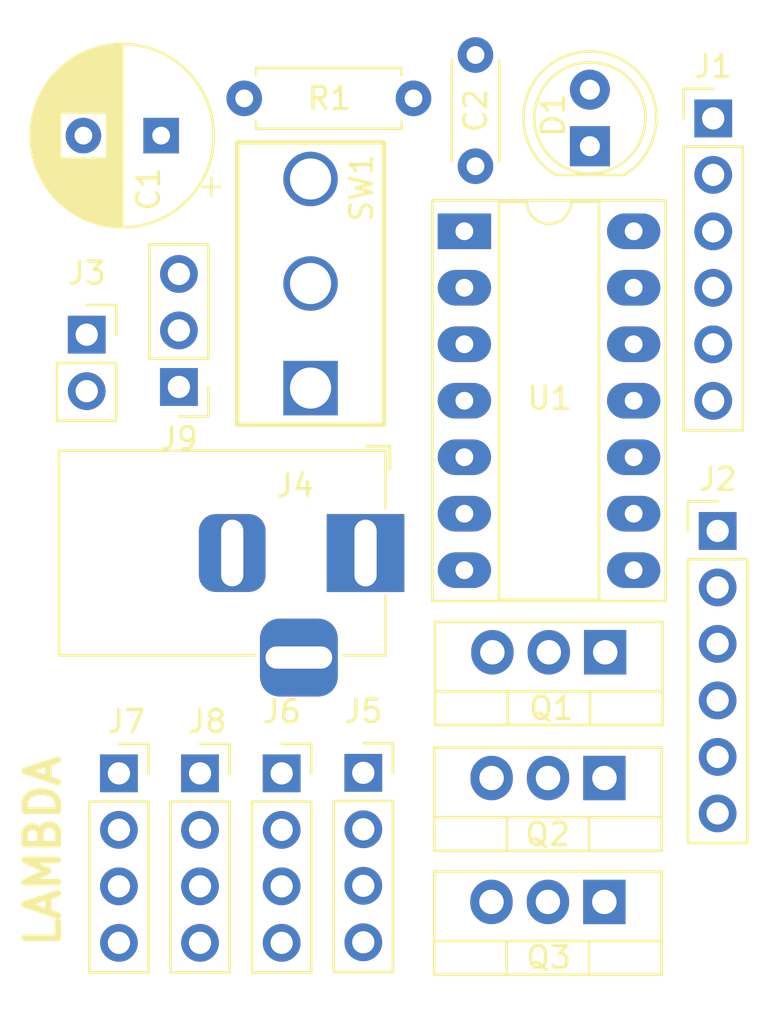
<source format=kicad_pcb>
(kicad_pcb (version 20211014) (generator pcbnew)
  (layers (0 "F.Cu" signal) (31 "B.Cu" signal) (34 "B.Paste" user) (35 "F.Paste" user) (36 "B.SilkS" user "B.Silkscreen") (37 "F.SilkS" user "F.Silkscreen") (38 "B.Mask" user) (39 "F.Mask" user) (44 "Edge.Cuts" user))
  (net 0 "")
  (net 1 "GNDREF")
  (net 2 "Net-(D1-Pad2)")
  (net 3 "MCLR")
  (net 4 "+5V")
  (net 5 "ISCPDAT")
  (net 6 "ISCPCLK")
  (net 9 "TX")
  (net 10 "RX")
  (net 13 "Net-(J3-Pad1)")
  (net 14 "Net-(J5-Pad2)")
  (net 15 "Net-(J5-Pad3)")
  (net 16 "Net-(J5-Pad4)")
  (net 17 "RED")
  (net 18 "GREEN")
  (net 19 "BLUE")
  (net 20 "LED")
  (net 24 "Net-(J9-Pad1)")
  (net 25 "Net-(J9-Pad2)")
  (footprint "Connector_PinSocket_2.54mm:PinSocket_1x04_P2.54mm_Vertical" (layer "F.Cu") (at 105.925 98.275)
    (fp_text reference "J6" (at 0 -2.77) (layer "F.SilkS"))
    (fp_text value "RGB")
    (fp_line (start -1.33 8.95) (end 1.33 8.95) (layer "F.SilkS") (width 0.12))
    (fp_line (start -1.33 1.27) (end 1.33 1.27) (layer "F.SilkS") (width 0.12))
    (fp_line (start 1.33 1.27) (end 1.33 8.95) (layer "F.SilkS") (width 0.12))
    (fp_line (start 0 -1.33) (end 1.33 -1.33) (layer "F.SilkS") (width 0.12))
    (fp_line (start -1.33 1.27) (end -1.33 8.95) (layer "F.SilkS") (width 0.12))
    (fp_line (start 1.33 -1.33) (end 1.33 0) (layer "F.SilkS") (width 0.12))
    (pad "1" thru_hole rect (at 0 0) (size 1.7 1.7) (drill 1) (layers *.Cu *.Mask) (net 4 "+5V"))
    (pad "2" thru_hole oval (at 0 2.54) (size 1.7 1.7) (drill 1) (layers *.Cu *.Mask) (net 14 "Net-(J5-Pad2)"))
    (pad "3" thru_hole oval (at 0 5.08) (size 1.7 1.7) (drill 1) (layers *.Cu *.Mask) (net 15 "Net-(J5-Pad3)"))
    (pad "4" thru_hole oval (at 0 7.62) (size 1.7 1.7) (drill 1) (layers *.Cu *.Mask) (net 16 "Net-(J5-Pad4)"))
  )
  (footprint "Capacitor_THT:C_Disc_D4.3mm_W1.9mm_P5.00mm" (layer "F.Cu") (at 114.65 70.975 90)
    (fp_text reference "C2" (at 2.5 0 90) (layer "F.SilkS"))
    (fp_text value "0.1uF")
    (fp_line (start 4.77 1.055) (end 4.77 1.07) (layer "F.SilkS") (width 0.12))
    (fp_line (start 0.23 1.07) (end 4.77 1.07) (layer "F.SilkS") (width 0.12))
    (fp_line (start 0.23 -1.07) (end 0.23 -1.055) (layer "F.SilkS") (width 0.12))
    (fp_line (start 0.23 1.055) (end 0.23 1.07) (layer "F.SilkS") (width 0.12))
    (fp_line (start 4.77 -1.07) (end 4.77 -1.055) (layer "F.SilkS") (width 0.12))
    (fp_line (start 0.23 -1.07) (end 4.77 -1.07) (layer "F.SilkS") (width 0.12))
    (pad "1" thru_hole circle (at 0 0 90) (size 1.6 1.6) (drill 0.8) (layers *.Cu *.Mask) (net 4 "+5V"))
    (pad "2" thru_hole circle (at 5 0 90) (size 1.6 1.6) (drill 0.8) (layers *.Cu *.Mask) (net 1 "GNDREF"))
  )
  (footprint "CK_Switch:CK_Switch" (layer "F.Cu") (at 107.225 76.25 180)
    (fp_text reference "SW1" (at -2.3 4.3 90) (layer "F.SilkS") (effects (font (size 1.001921 1.001921))))
    (fp_text value "SWITCH")
    (fp_line (start 3.3 6.35) (end -3.3 6.35) (layer "F.SilkS") (width 0.2))
    (fp_line (start -3.3 -6.35) (end 3.3 -6.35) (layer "F.SilkS") (width 0.2))
    (fp_line (start -3.3 6.35) (end -3.3 -6.35) (layer "F.SilkS") (width 0.2))
    (fp_line (start 3.3 -6.35) (end 3.3 6.35) (layer "F.SilkS") (width 0.2))
    (pad "1" thru_hole rect (at 0 -4.7 180) (size 2.45 2.45) (drill 1.85) (layers *.Cu *.Mask) (net 25 "Net-(J9-Pad2)"))
    (pad "2" thru_hole circle (at 0 0 180) (size 2.45 2.45) (drill 1.85) (layers *.Cu *.Mask) (net 4 "+5V"))
    (pad "3" thru_hole circle (at 0 4.7 180) (size 2.45 2.45) (drill 1.85) (layers *.Cu *.Mask) (net 4 "+5V"))
  )
  (footprint "Package_TO_SOT_THT:TO-220-3_Vertical" (layer "F.Cu") (at 120.455 98.485 180)
    (fp_text reference "Q2" (at 2.55 -2.525) (layer "F.SilkS"))
    (fp_text value "2N7000")
    (fp_line (start -2.58 -3.27) (end -2.58 1.371) (layer "F.SilkS") (width 0.12))
    (fp_line (start 0.69 -3.27) (end 0.69 -1.76) (layer "F.SilkS") (width 0.12))
    (fp_line (start 4.391 -3.27) (end 4.391 -1.76) (layer "F.SilkS") (width 0.12))
    (fp_line (start -2.58 -3.27) (end 7.66 -3.27) (layer "F.SilkS") (width 0.12))
    (fp_line (start 7.66 -3.27) (end 7.66 1.371) (layer "F.SilkS") (width 0.12))
    (fp_line (start -2.58 1.371) (end 7.66 1.371) (layer "F.SilkS") (width 0.12))
    (fp_line (start -2.58 -1.76) (end 7.66 -1.76) (layer "F.SilkS") (width 0.12))
    (pad "1" thru_hole rect (at 0 0 180) (size 1.905 2) (drill 1.1) (layers *.Cu *.Mask) (net 1 "GNDREF"))
    (pad "2" thru_hole oval (at 2.54 0 180) (size 1.905 2) (drill 1.1) (layers *.Cu *.Mask) (net 18 "GREEN"))
    (pad "3" thru_hole oval (at 5.08 0 180) (size 1.905 2) (drill 1.1) (layers *.Cu *.Mask) (net 15 "Net-(J5-Pad3)"))
  )
  (footprint "Connector_PinSocket_2.54mm:PinSocket_1x04_P2.54mm_Vertical" (layer "F.Cu") (at 102.25 98.275)
    (fp_text reference "J8" (at 0.325 -2.325) (layer "F.SilkS"))
    (fp_text value "RGB")
    (fp_line (start -1.33 8.95) (end 1.33 8.95) (layer "F.SilkS") (width 0.12))
    (fp_line (start 1.33 -1.33) (end 1.33 0) (layer "F.SilkS") (width 0.12))
    (fp_line (start -1.33 1.27) (end 1.33 1.27) (layer "F.SilkS") (width 0.12))
    (fp_line (start 0 -1.33) (end 1.33 -1.33) (layer "F.SilkS") (width 0.12))
    (fp_line (start 1.33 1.27) (end 1.33 8.95) (layer "F.SilkS") (width 0.12))
    (fp_line (start -1.33 1.27) (end -1.33 8.95) (layer "F.SilkS") (width 0.12))
    (pad "1" thru_hole rect (at 0 0) (size 1.7 1.7) (drill 1) (layers *.Cu *.Mask) (net 4 "+5V"))
    (pad "2" thru_hole oval (at 0 2.54) (size 1.7 1.7) (drill 1) (layers *.Cu *.Mask) (net 14 "Net-(J5-Pad2)"))
    (pad "3" thru_hole oval (at 0 5.08) (size 1.7 1.7) (drill 1) (layers *.Cu *.Mask) (net 15 "Net-(J5-Pad3)"))
    (pad "4" thru_hole oval (at 0 7.62) (size 1.7 1.7) (drill 1) (layers *.Cu *.Mask) (net 16 "Net-(J5-Pad4)"))
  )
  (footprint "Connector_PinHeader_2.54mm:PinHeader_1x06_P2.54mm_Vertical" (layer "F.Cu") (at 125.35 68.825)
    (fp_text reference "J1" (at 0 -2.33) (layer "F.SilkS"))
    (fp_text value "PICKit3")
    (fp_line (start -1.33 -1.33) (end 0 -1.33) (layer "F.SilkS") (width 0.12))
    (fp_line (start -1.33 1.27) (end -1.33 14.03) (layer "F.SilkS") (width 0.12))
    (fp_line (start -1.33 1.27) (end 1.33 1.27) (layer "F.SilkS") (width 0.12))
    (fp_line (start -1.33 14.03) (end 1.33 14.03) (layer "F.SilkS") (width 0.12))
    (fp_line (start 1.33 1.27) (end 1.33 14.03) (layer "F.SilkS") (width 0.12))
    (fp_line (start -1.33 0) (end -1.33 -1.33) (layer "F.SilkS") (width 0.12))
    (pad "1" thru_hole rect (at 0 0) (size 1.7 1.7) (drill 1) (layers *.Cu *.Mask) (net 3 "MCLR"))
    (pad "2" thru_hole oval (at 0 2.54) (size 1.7 1.7) (drill 1) (layers *.Cu *.Mask) (net 4 "+5V"))
    (pad "3" thru_hole oval (at 0 5.08) (size 1.7 1.7) (drill 1) (layers *.Cu *.Mask) (net 1 "GNDREF"))
    (pad "4" thru_hole oval (at 0 7.62) (size 1.7 1.7) (drill 1) (layers *.Cu *.Mask) (net 5 "ISCPDAT"))
    (pad "5" thru_hole oval (at 0 10.16) (size 1.7 1.7) (drill 1) (layers *.Cu *.Mask) (net 6 "ISCPCLK"))
    (pad "6" thru_hole oval (at 0 12.7) (size 1.7 1.7) (drill 1) (layers *.Cu *.Mask))
  )
  (footprint "Connector_PinSocket_2.54mm:PinSocket_1x04_P2.54mm_Vertical" (layer "F.Cu") (at 109.6 98.25)
    (fp_text reference "J5" (at 0 -2.77) (layer "F.SilkS"))
    (fp_text value "RGB")
    (fp_line (start 1.33 1.27) (end 1.33 8.95) (layer "F.SilkS") (width 0.12))
    (fp_line (start -1.33 1.27) (end -1.33 8.95) (layer "F.SilkS") (width 0.12))
    (fp_line (start -1.33 8.95) (end 1.33 8.95) (layer "F.SilkS") (width 0.12))
    (fp_line (start 1.33 -1.33) (end 1.33 0) (layer "F.SilkS") (width 0.12))
    (fp_line (start 0 -1.33) (end 1.33 -1.33) (layer "F.SilkS") (width 0.12))
    (fp_line (start -1.33 1.27) (end 1.33 1.27) (layer "F.SilkS") (width 0.12))
    (pad "1" thru_hole rect (at 0 0) (size 1.7 1.7) (drill 1) (layers *.Cu *.Mask) (net 4 "+5V"))
    (pad "2" thru_hole oval (at 0 2.54) (size 1.7 1.7) (drill 1) (layers *.Cu *.Mask) (net 14 "Net-(J5-Pad2)"))
    (pad "3" thru_hole oval (at 0 5.08) (size 1.7 1.7) (drill 1) (layers *.Cu *.Mask) (net 15 "Net-(J5-Pad3)"))
    (pad "4" thru_hole oval (at 0 7.62) (size 1.7 1.7) (drill 1) (layers *.Cu *.Mask) (net 16 "Net-(J5-Pad4)"))
  )
  (footprint "Connector_BarrelJack:BarrelJack_Horizontal" (layer "F.Cu") (at 109.7 88.3675)
    (fp_text reference "J4" (at -3.175 -3.0175) (layer "F.SilkS"))
    (fp_text value "JACK")
    (fp_line (start -13.8 4.6) (end -13.8 -4.6) (layer "F.SilkS") (width 0.12))
    (fp_line (start 0.05 -4.8) (end 1.1 -4.8) (layer "F.SilkS") (width 0.12))
    (fp_line (start 0.9 -4.6) (end 0.9 -2) (layer "F.SilkS") (width 0.12))
    (fp_line (start 1.1 -3.75) (end 1.1 -4.8) (layer "F.SilkS") (width 0.12))
    (fp_line (start 0.9 1.9) (end 0.9 4.6) (layer "F.SilkS") (width 0.12))
    (fp_line (start -13.8 -4.6) (end 0.9 -4.6) (layer "F.SilkS") (width 0.12))
    (fp_line (start 0.9 4.6) (end -1 4.6) (layer "F.SilkS") (width 0.12))
    (fp_line (start -5 4.6) (end -13.8 4.6) (layer "F.SilkS") (width 0.12))
    (pad "1" thru_hole rect (at 0 0) (size 3.5 3.5) (drill oval 1 3) (layers *.Cu *.Mask) (net 24 "Net-(J9-Pad1)"))
    (pad "2" thru_hole roundrect (at -6 0) (size 3 3.5) (drill oval 1 3) (layers *.Cu *.Mask) (net 1 "GNDREF"))
    (pad "3" thru_hole roundrect (at -3 4.7) (size 3.5 3.5) (drill oval 3 1) (layers *.Cu *.Mask))
  )
  (footprint "Connector_PinHeader_2.54mm:PinHeader_1x06_P2.54mm_Vertical" (layer "F.Cu") (at 125.55 87.375)
    (fp_text reference "J2" (at 0 -2.33) (layer "F.SilkS"))
    (fp_text value "UART")
    (fp_line (start -1.33 1.27) (end -1.33 14.03) (layer "F.SilkS") (width 0.12))
    (fp_line (start -1.33 14.03) (end 1.33 14.03) (layer "F.SilkS") (width 0.12))
    (fp_line (start -1.33 0) (end -1.33 -1.33) (layer "F.SilkS") (width 0.12))
    (fp_line (start 1.33 1.27) (end 1.33 14.03) (layer "F.SilkS") (width 0.12))
    (fp_line (start -1.33 1.27) (end 1.33 1.27) (layer "F.SilkS") (width 0.12))
    (fp_line (start -1.33 -1.33) (end 0 -1.33) (layer "F.SilkS") (width 0.12))
    (pad "1" thru_hole rect (at 0 0) (size 1.7 1.7) (drill 1) (layers *.Cu *.Mask))
    (pad "2" thru_hole oval (at 0 2.54) (size 1.7 1.7) (drill 1) (layers *.Cu *.Mask) (net 9 "TX"))
    (pad "3" thru_hole oval (at 0 5.08) (size 1.7 1.7) (drill 1) (layers *.Cu *.Mask) (net 10 "RX"))
    (pad "4" thru_hole oval (at 0 7.62) (size 1.7 1.7) (drill 1) (layers *.Cu *.Mask))
    (pad "5" thru_hole oval (at 0 10.16) (size 1.7 1.7) (drill 1) (layers *.Cu *.Mask))
    (pad "6" thru_hole oval (at 0 12.7) (size 1.7 1.7) (drill 1) (layers *.Cu *.Mask) (net 1 "GNDREF"))
  )
  (footprint "LED_THT:LED_D5.0mm" (layer "F.Cu") (at 119.8 70.075 90)
    (fp_text reference "D1" (at 1.4 -1.65 90) (layer "F.SilkS"))
    (fp_text value "LED")
    (fp_line (start -1.29 -1.545) (end -1.29 1.545) (layer "F.SilkS") (width 0.12))
    (fp_arc (start -1.29 -1.54483) (mid 2.072002 -2.880433) (end 4.26 0.000462) (layer "F.SilkS") (width 0.12))
    (fp_arc (start 4.26 -0.000462) (mid 2.072002 2.880433) (end -1.29 1.54483) (layer "F.SilkS") (width 0.12))
    (fp_circle (center 1.27 0) (end 3.77 0) (layer "F.SilkS") (width 0.12) (fill none))
    (pad "1" thru_hole rect (at 0 0 90) (size 1.8 1.8) (drill 0.9) (layers *.Cu *.Mask) (net 1 "GNDREF"))
    (pad "2" thru_hole circle (at 2.54 0 90) (size 1.8 1.8) (drill 0.9) (layers *.Cu *.Mask) (net 2 "Net-(D1-Pad2)"))
  )
  (footprint "Package_TO_SOT_THT:TO-220-3_Vertical" (layer "F.Cu") (at 120.45 104.055 180)
    (fp_text reference "Q3" (at 2.5 -2.5) (layer "F.SilkS"))
    (fp_text value "2N7000")
    (fp_line (start 4.391 -3.27) (end 4.391 -1.76) (layer "F.SilkS") (width 0.12))
    (fp_line (start 7.66 -3.27) (end 7.66 1.371) (layer "F.SilkS") (width 0.12))
    (fp_line (start -2.58 -3.27) (end 7.66 -3.27) (layer "F.SilkS") (width 0.12))
    (fp_line (start 0.69 -3.27) (end 0.69 -1.76) (layer "F.SilkS") (width 0.12))
    (fp_line (start -2.58 -3.27) (end -2.58 1.371) (layer "F.SilkS") (width 0.12))
    (fp_line (start -2.58 -1.76) (end 7.66 -1.76) (layer "F.SilkS") (width 0.12))
    (fp_line (start -2.58 1.371) (end 7.66 1.371) (layer "F.SilkS") (width 0.12))
    (pad "1" thru_hole rect (at 0 0 180) (size 1.905 2) (drill 1.1) (layers *.Cu *.Mask) (net 1 "GNDREF"))
    (pad "2" thru_hole oval (at 2.54 0 180) (size 1.905 2) (drill 1.1) (layers *.Cu *.Mask) (net 19 "BLUE"))
    (pad "3" thru_hole oval (at 5.08 0 180) (size 1.905 2) (drill 1.1) (layers *.Cu *.Mask) (net 16 "Net-(J5-Pad4)"))
  )
  (footprint "Capacitor_THT:CP_Radial_D8.0mm_P3.50mm" (layer "F.Cu") (at 100.5 69.6 180)
    (fp_text reference "C1" (at 0.577651 -2.4 90) (layer "F.SilkS"))
    (fp_text value "470uF")
    (fp_line (start 4.511 1.04) (end 4.511 3.019) (layer "F.SilkS") (width 0.12))
    (fp_line (start 2.751 -3.957) (end 2.751 -1.04) (layer "F.SilkS") (width 0.12))
    (fp_line (start 5.631 -1.346) (end 5.631 1.346) (layer "F.SilkS") (width 0.12))
    (fp_line (start 2.871 -3.925) (end 2.871 -1.04) (layer "F.SilkS") (width 0.12))
    (fp_line (start 3.871 -3.493) (end 3.871 -1.04) (layer "F.SilkS") (width 0.12))
    (fp_line (start 5.351 -1.964) (end 5.351 1.964) (layer "F.SilkS") (width 0.12))
    (fp_line (start 3.591 -3.647) (end 3.591 -1.04) (layer "F.SilkS") (width 0.12))
    (fp_line (start 5.551 -1.552) (end 5.551 1.552) (layer "F.SilkS") (width 0.12))
    (fp_line (start 2.511 -4.01) (end 2.511 -1.04) (layer "F.SilkS") (width 0.12))
    (fp_line (start 4.951 -2.556) (end 4.951 2.556) (layer "F.SilkS") (width 0.12))
    (fp_line (start 4.231 1.04) (end 4.231 3.25) (layer "F.SilkS") (width 0.12))
    (fp_line (start 5.591 -1.453) (end 5.591 1.453) (layer "F.SilkS") (width 0.12))
    (fp_line (start 2.35 -4.037) (end 2.35 4.037) (layer "F.SilkS") (width 0.12))
    (fp_line (start 3.551 -3.666) (end 3.551 -1.04) (layer "F.SilkS") (width 0.12))
    (fp_line (start 5.151 -2.287) (end 5.151 2.287) (layer "F.SilkS") (width 0.12))
    (fp_line (start 3.711 1.04) (end 3.711 3.584) (layer "F.SilkS") (width 0.12))
    (fp_line (start 5.391 -1.89) (end 5.391 1.89) (layer "F.SilkS") (width 0.12))
    (fp_line (start 3.951 1.04) (end 3.951 3.444) (layer "F.SilkS") (width 0.12))
    (fp_line (start 3.591 1.04) (end 3.591 3.647) (layer "F.SilkS") (width 0.12))
    (fp_line (start 2.671 1.04) (end 2.671 3.976) (layer "F.SilkS") (width 0.12))
    (fp_line (start 4.631 -2.907) (end 4.631 2.907) (layer "F.SilkS") (width 0.12))
    (fp_line (start 3.791 -3.54) (end 3.791 -1.04) (layer "F.SilkS") (width 0.12))
    (fp_line (start 5.031 -2.454) (end 5.031 2.454) (layer "F.SilkS") (width 0.12))
    (fp_line (start 3.391 1.04) (end 3.391 3.74) (layer "F.SilkS") (width 0.12))
    (fp_line (start 4.471 1.04) (end 4.471 3.055) (layer "F.SilkS") (width 0.12))
    (fp_line (start 3.031 -3.877) (end 3.031 -1.04) (layer "F.SilkS") (width 0.12))
    (fp_line (start 3.671 -3.606) (end 3.671 -1.04) (layer "F.SilkS") (width 0.12))
    (fp_line (start 2.551 -4.002) (end 2.551 -1.04) (layer "F.SilkS") (width 0.12))
    (fp_line (start 5.271 -2.102) (end 5.271 2.102) (layer "F.SilkS") (width 0.12))
    (fp_line (start 2.39 -4.03) (end 2.39 4.03) (layer "F.SilkS") (width 0.12))
    (fp_line (start 2.951 1.04) (end 2.951 3.902) (layer "F.SilkS") (width 0.12))
    (fp_line (start 4.351 1.04) (end 4.351 3.156) (layer "F.SilkS") (width 0.12))
    (fp_line (start 3.631 1.04) (end 3.631 3.627) (layer "F.SilkS") (width 0.12))
    (fp_line (start 5.671 -1.229) (end 5.671 1.229) (layer "F.SilkS") (width 0.12))
    (fp_line (start 4.271 1.04) (end 4.271 3.22) (layer "F.SilkS") (width 0.12))
    (fp_line (start 4.311 -3.189) (end 4.311 -1.04) (layer "F.SilkS") (width 0.12))
    (fp_line (start 2.591 1.04) (end 2.591 3.994) (layer "F.SilkS") (width 0.12))
    (fp_line (start 3.191 1.04) (end 3.191 3.821) (layer "F.SilkS") (width 0.12))
    (fp_line (start 3.871 1.04) (end 3.871 3.493) (layer "F.SilkS") (width 0.12))
    (fp_line (start 3.271 -3.79) (end 3.271 -1.04) (layer "F.SilkS") (width 0.12))
    (fp_line (start 2.471 1.04) (end 2.471 4.017) (layer "F.SilkS") (width 0.12))
    (fp_line (start 4.911 -2.604) (end 4.911 2.604) (layer "F.SilkS") (width 0.12))
    (fp_line (start 2.671 -3.976) (end 2.671 -1.04) (layer "F.SilkS") (width 0.12))
    (fp_line (start 3.911 1.04) (end 3.911 3.469) (layer "F.SilkS") (width 0.12))
    (fp_line (start 3.951 -3.444) (end 3.951 -1.04) (layer "F.SilkS") (width 0.12))
    (fp_line (start 4.431 -3.09) (end 4.431 -1.04) (layer "F.SilkS") (width 0.12))
    (fp_line (start 5.831 -0.533) (end 5.831 0.533) (layer "F.SilkS") (width 0.12))
    (fp_line (start 4.791 -2.741) (end 4.791 2.741) (layer "F.SilkS") (width 0.12))
    (fp_line (start 4.391 1.04) (end 4.391 3.124) (layer "F.SilkS") (width 0.12))
    (fp_line (start 3.991 1.04) (end 3.991 3.418) (layer "F.SilkS") (width 0.12))
    (fp_line (start 3.831 -3.517) (end 3.831 -1.04) (layer "F.SilkS") (width 0.12))
    (fp_line (start 3.471 1.04) (end 3.471 3.704) (layer "F.SilkS") (width 0.12))
    (fp_line (start 4.111 -3.338) (end 4.111 -1.04) (layer "F.SilkS") (width 0.12))
    (fp_line (start 2.31 -4.042) (end 2.31 4.042) (layer "F.SilkS") (width 0.12))
    (fp_line (start 2.991 -3.889) (end 2.991 -1.04) (layer "F.SilkS") (width 0.12))
    (fp_line (start 2.911 1.04) (end 2.911 3.914) (layer "F.SilkS") (width 0.12))
    (fp_line (start 2.631 -3.985) (end 2.631 -1.04) (layer "F.SilkS") (width 0.12))
    (fp_line (start 3.471 -3.704) (end 3.471 -1.04) (layer "F.SilkS") (width 0.12))
    (fp_line (start 4.071 1.04) (end 4.071 3.365) (layer "F.SilkS") (width 0.12))
    (fp_line (start 2.631 1.04) (end 2.631 3.985) (layer "F.SilkS") (width 0.12))
    (fp_line (start 1.75 -4.08) (end 1.75 4.08) (layer "F.SilkS") (width 0.12))
    (fp_line (start 2.831 1.04) (end 2.831 3.936) (layer "F.SilkS") (width 0.12))
    (fp_line (start 3.231 1.04) (end 3.231 3.805) (layer "F.SilkS") (width 0.12))
    (fp_line (start 2.991 1.04) (end 2.991 3.889) (layer "F.SilkS") (width 0.12))
    (fp_line (start 4.031 -3.392) (end 4.031 -1.04) (layer "F.SilkS") (width 0.12))
    (fp_line (start 2.23 -4.052) (end 2.23 4.052) (layer "F.SilkS") (width 0.12))
    (fp_line (start 4.751 -2.784) (end 4.751 2.784) (layer "F.SilkS") (width 0.12))
    (fp_line (start 4.311 1.04) (end 4.311 3.189) (layer "F.SilkS") (width 0.12))
    (fp_line (start 2.19 -4.057) (end 2.19 4.057) (layer "F.SilkS") (width 0.12))
    (fp_line (start 3.991 -3.418) (end 3.991 -1.04) (layer "F.SilkS") (width 0.12))
    (fp_line (start 3.311 1.04) (end 3.311 3.774) (layer "F.SilkS") (width 0.12))
    (fp_line (start 4.471 -3.055) (end 4.471 -1.04) (layer "F.SilkS") (width 0.12))
    (fp_line (start 3.431 1.04) (end 3.431 3.722) (layer "F.SilkS") (width 0.12))
    (fp_line (start 3.351 1.04) (end 3.351 3.757) (layer "F.SilkS") (width 0.12))
    (fp_line (start 3.511 -3.686) (end 3.511 -1.04) (layer "F.SilkS") (width 0.12))
    (fp_line (start 3.111 -3.85) (end 3.111 -1.04) (layer "F.SilkS") (width 0.12))
    (fp_line (start 5.711 -1.098) (end 5.711 1.098) (layer "F.SilkS") (width 0.12))
    (fp_line (start 3.671 1.04) (end 3.671 3.606) (layer "F.SilkS") (width 0.12))
    (fp_line (start 5.511 -1.645) (end 5.511 1.645) (layer "F.SilkS") (width 0.12))
    (fp_line (start 1.87 -4.079) (end 1.87 4.079) (layer "F.SilkS") (width 0.12))
    (fp_line (start 2.03 -4.071) (end 2.03 4.071) (layer "F.SilkS") (width 0.12))
    (fp_line (start 4.031 1.04) (end 4.031 3.392) (layer "F.SilkS") (width 0.12))
    (fp_line (start 2.11 -4.065) (end 2.11 4.065) (layer "F.SilkS") (width 0.12))
    (fp_line (start 4.271 -3.22) (end 4.271 -1.04) (layer "F.SilkS") (width 0.12))
    (fp_line (start 2.511 1.04) (end 2.511 4.01) (layer "F.SilkS") (width 0.12))
    (fp_line (start 4.831 -2.697) (end 4.831 2.697) (layer "F.SilkS") (width 0.12))
    (fp_line (start 4.551 -2.983) (end 4.551 2.983) (layer "F.SilkS") (width 0.12))
    (fp_line (start 3.271 1.04) (end 3.271 3.79) (layer "F.SilkS") (width 0.12))
    (fp_line (start 2.551 1.04) (end 2.551 4.002) (layer "F.SilkS") (width 0.12))
    (fp_line (start -2.659698 -2.315) (end -1.859698 -2.315) (layer "F.SilkS") (width 0.12))
    (fp_line (start 4.071 -3.365) (end 4.071 -1.04) (layer "F.SilkS") (width 0.12))
    (fp_line (start 2.15 -4.061) (end 2.15 4.061) (layer "F.SilkS") (width 0.12))
    (fp_line (start 5.071 -2.4) (end 5.071 2.4) (layer "F.SilkS") (width 0.12))
    (fp_line (start 5.751 -0.948) (end 5.751 0.948) (layer "F.SilkS") (width 0.12))
    (fp_line (start 3.431 -3.722) (end 3.431 -1.04) (layer "F.SilkS") (width 0.12))
    (fp_line (start 4.511 -3.019) (end 4.511 -1.04) (layer "F.SilkS") (width 0.12))
    (fp_line (start 4.871 -2.651) (end 4.871 2.651) (layer "F.SilkS") (width 0.12))
    (fp_line (start 4.671 -2.867) (end 4.671 2.867) (layer "F.SilkS") (width 0.12))
    (fp_line (start 3.151 -3.835) (end 3.151 -1.04) (layer "F.SilkS") (width 0.12))
    (fp_line (start 3.791 1.04) (end 3.791 3.54) (layer "F.SilkS") (width 0.12))
    (fp_line (start 4.191 1.04) (end 4.191 3.28) (layer "F.SilkS") (width 0.12))
    (fp_line (start 2.711 1.04) (end 2.711 3.967) (layer "F.SilkS") (width 0.12))
    (fp_line (start 5.431 -1.813) (end 5.431 1.813) (layer "F.SilkS") (width 0.12))
    (fp_line (start 4.191 -3.28) (end 4.191 -1.04) (layer "F.SilkS") (width 0.12))
    (fp_line (start 2.471 -4.017) (end 2.471 -1.04) (layer "F.SilkS") (width 0.12))
    (fp_line (start 3.351 -3.757) (end 3.351 -1.04) (layer "F.SilkS") (width 0.12))
    (fp_line (start 5.791 -0.768) (end 5.791 0.768) (layer "F.SilkS") (width 0.12))
    (fp_line (start 4.111 1.04) (end 4.111 3.338) (layer "F.SilkS") (width 0.12))
    (fp_line (start 4.231 -3.25) (end 4.231 -1.04) (layer "F.SilkS") (width 0.12))
    (fp_line (start 1.83 -4.08) (end 1.83 4.08) (layer "F.SilkS") (width 0.12))
    (fp_line (start 4.391 -3.124) (end 4.391 -1.04) (layer "F.SilkS") (width 0.12))
    (fp_line (start 5.231 -2.166) (end 5.231 2.166) (layer "F.SilkS") (width 0.12))
    (fp_line (start 3.111 1.04) (end 3.111 3.85) (layer "F.SilkS") (width 0.12))
    (fp_line (start 1.95 -4.076) (end 1.95 4.076) (layer "F.SilkS") (width 0.12))
    (fp_line (start 3.751 1.04) (end 3.751 3.562) (layer "F.SilkS") (width 0.12))
    (fp_line (start 3.831 1.04) (end 3.831 3.517) (layer "F.SilkS") (width 0.12))
    (fp_line (start 3.551 1.04) (end 3.551 3.666) (layer "F.SilkS") (width 0.12))
    (fp_line (start 3.751 -3.562) (end 3.751 -1.04) (layer "F.SilkS") (width 0.12))
    (fp_line (start 4.591 -2.945) (end 4.591 2.945) (layer "F.SilkS") (width 0.12))
    (fp_line (start 4.351 -3.156) (end 4.351 -1.04) (layer "F.SilkS") (width 0.12))
    (fp_line (start 3.071 1.04) (end 3.071 3.863) (layer "F.SilkS") (width 0.12))
    (fp_line (start 3.511 1.04) (end 3.511 3.686) (layer "F.SilkS") (width 0.12))
    (fp_line (start -2.259698 -2.715) (end -2.259698 -1.915) (layer "F.SilkS") (width 0.12))
    (fp_line (start 3.151 1.04) (end 3.151 3.835) (layer "F.SilkS") (width 0.12))
    (fp_line (start 4.431 1.04) (end 4.431 3.09) (layer "F.SilkS") (width 0.12))
    (fp_line (start 3.911 -3.469) (end 3.911 -1.04) (layer "F.SilkS") (width 0.12))
    (fp_line (start 1.79 -4.08) (end 1.79 4.08) (layer "F.SilkS") (width 0.12))
    (fp_line (start 4.151 1.04) (end 4.151 3.309) (layer "F.SilkS") (width 0.12))
    (fp_line (start 2.07 -4.068) (end 2.07 4.068) (layer "F.SilkS") (width 0.12))
    (fp_line (start 2.43 -4.024) (end 2.43 4.024) (layer "F.SilkS") (width 0.12))
    (fp_line (start 2.831 -3.936) (end 2.831 -1.04) (layer "F.SilkS") (width 0.12))
    (fp_line (start 3.391 -3.74) (end 3.391 -1.04) (layer "F.SilkS") (width 0.12))
    (fp_line (start 1.91 -4.077) (end 1.91 4.077) (layer "F.SilkS") (width 0.12))
    (fp_line (start 2.751 1.04) (end 2.751 3.957) (layer "F.SilkS") (width 0.12))
    (fp_line (start 4.151 -3.309) (end 4.151 -1.04) (layer "F.SilkS") (width 0.12))
    (fp_line (start 4.991 -2.505) (end 4.991 2.505) (layer "F.SilkS") (width 0.12))
    (fp_line (start 2.27 -4.048) (end 2.27 4.048) (layer "F.SilkS") (width 0.12))
    (fp_line (start 3.031 1.04) (end 3.031 3.877) (layer "F.SilkS") (width 0.12))
    (fp_line (start 2.951 -3.902) (end 2.951 -1.04) (layer "F.SilkS") (width 0.12))
    (fp_line (start 3.711 -3.584) (end 3.711 -1.04) (layer "F.SilkS") (width 0.12))
    (fp_line (start 2.871 1.04) (end 2.871 3.925) (layer "F.SilkS") (width 0.12))
    (fp_line (start 3.231 -3.805) (end 3.231 -1.04) (layer "F.SilkS") (width 0.12))
    (fp_line (start 3.191 -3.821) (end 3.191 -1.04) (layer "F.SilkS") (width 0.12))
    (fp_line (start 2.791 -3.947) (end 2.791 -1.04) (layer "F.SilkS") (width 0.12))
    (fp_line (start 5.111 -2.345) (end 5.111 2.345) (layer "F.SilkS") (width 0.12))
    (fp_line (start 5.471 -1.731) (end 5.471 1.731) (layer "F.SilkS") (width 0.12))
    (fp_line (start 1.99 -4.074) (end 1.99 4.074) (layer "F.SilkS") (width 0.12))
    (fp_line (start 4.711 -2.826) (end 4.711 2.826) (layer "F.SilkS") (width 0.12))
    (fp_line (start 2.591 -3.994) (end 2.591 -1.04) (layer "F.SilkS") (width 0.12))
    (fp_line (start 3.071 -3.863) (end 3.071 -1.04) (layer "F.SilkS") (width 0.12))
    (fp_line (start 3.311 -3.774) (end 3.311 -1.04) (layer "F.SilkS") (width 0.12))
    (fp_line (start 5.311 -2.034) (end 5.311 2.034) (layer "F.SilkS") (width 0.12))
    (fp_line (start 3.631 -3.627) (end 3.631 -1.04) (layer "F.SilkS") (width 0.12))
    (fp_line (start 5.191 -2.228) (end 5.191 2.228) (layer "F.SilkS") (width 0.12))
    (fp_line (start 2.791 1.04) (end 2.791 3.947) (layer "F.SilkS") (width 0.12))
    (fp_line (start 2.711 -3.967) (end 2.711 -1.04) (layer "F.SilkS") (width 0.12))
    (fp_line (start 2.911 -3.914) (end 2.911 -1.04) (layer "F.SilkS") (width 0.12))
    (fp_circle (center 1.75 0) (end 5.87 0) (layer "F.SilkS") (width 0.12) (fill none))
    (pad "1" thru_hole rect (at 0 0 180) (size 1.6 1.6) (drill 0.8) (layers *.Cu *.Mask) (net 4 "+5V"))
    (pad "2" thru_hole circle (at 3.5 0 180) (size 1.6 1.6) (drill 0.8) (layers *.Cu *.Mask) (net 1 "GNDREF"))
  )
  (footprint "Resistor_THT:R_Axial_DIN0207_L6.3mm_D2.5mm_P7.62mm_Horizontal" (layer "F.Cu") (at 104.24 67.925)
    (fp_text reference "R1" (at 3.835 0) (layer "F.SilkS"))
    (fp_text value "270R")
    (fp_line (start 0.54 1.37) (end 7.08 1.37) (layer "F.SilkS") (width 0.12))
    (fp_line (start 0.54 1.04) (end 0.54 1.37) (layer "F.SilkS") (width 0.12))
    (fp_line (start 0.54 -1.37) (end 7.08 -1.37) (layer "F.SilkS") (width 0.12))
    (fp_line (start 7.08 1.37) (end 7.08 1.04) (layer "F.SilkS") (width 0.12))
    (fp_line (start 0.54 -1.04) (end 0.54 -1.37) (layer "F.SilkS") (width 0.12))
    (fp_line (start 7.08 -1.37) (end 7.08 -1.04) (layer "F.SilkS") (width 0.12))
    (pad "1" thru_hole circle (at 0 0) (size 1.6 1.6) (drill 0.8) (layers *.Cu *.Mask) (net 20 "LED"))
    (pad "2" thru_hole oval (at 7.62 0) (size 1.6 1.6) (drill 0.8) (layers *.Cu *.Mask) (net 2 "Net-(D1-Pad2)"))
  )
  (footprint "Connector_PinSocket_2.54mm:PinSocket_1x04_P2.54mm_Vertical" (layer "F.Cu") (at 98.6 98.275)
    (fp_text reference "J7" (at 0.325 -2.325) (layer "F.SilkS"))
    (fp_text value "RGB")
    (fp_line (start 1.33 1.27) (end 1.33 8.95) (layer "F.SilkS") (width 0.12))
    (fp_line (start 0 -1.33) (end 1.33 -1.33) (layer "F.SilkS") (width 0.12))
    (fp_line (start -1.33 1.27) (end 1.33 1.27) (layer "F.SilkS") (width 0.12))
    (fp_line (start 1.33 -1.33) (end 1.33 0) (layer "F.SilkS") (width 0.12))
    (fp_line (start -1.33 1.27) (end -1.33 8.95) (layer "F.SilkS") (width 0.12))
    (fp_line (start -1.33 8.95) (end 1.33 8.95) (layer "F.SilkS") (width 0.12))
    (pad "1" thru_hole rect (at 0 0) (size 1.7 1.7) (drill 1) (layers *.Cu *.Mask) (net 4 "+5V"))
    (pad "2" thru_hole oval (at 0 2.54) (size 1.7 1.7) (drill 1) (layers *.Cu *.Mask) (net 14 "Net-(J5-Pad2)"))
    (pad "3" thru_hole oval (at 0 5.08) (size 1.7 1.7) (drill 1) (layers *.Cu *.Mask) (net 15 "Net-(J5-Pad3)"))
    (pad "4" thru_hole oval (at 0 7.62) (size 1.7 1.7) (drill 1) (layers *.Cu *.Mask) (net 16 "Net-(J5-Pad4)"))
  )
  (footprint "Package_DIP:DIP-14_W7.62mm_Socket_LongPads" (layer "F.Cu") (at 114.15 73.9)
    (fp_text reference "U1" (at 3.825 7.5) (layer "F.SilkS"))
    (fp_text value "PIC16F15325")
    (fp_line (start 9.06 16.63) (end 9.06 -1.39) (layer "F.SilkS") (width 0.12))
    (fp_line (start 1.56 16.57) (end 6.06 16.57) (layer "F.SilkS") (width 0.12))
    (fp_line (start -1.44 -1.39) (end -1.44 16.63) (layer "F.SilkS") (width 0.12))
    (fp_line (start 1.56 -1.33) (end 1.56 16.57) (layer "F.SilkS") (width 0.12))
    (fp_line (start -1.44 16.63) (end 9.06 16.63) (layer "F.SilkS") (width 0.12))
    (fp_line (start 9.06 -1.39) (end -1.44 -1.39) (layer "F.SilkS") (width 0.12))
    (fp_line (start 6.06 16.57) (end 6.06 -1.33) (layer "F.SilkS") (width 0.12))
    (fp_line (start 2.81 -1.33) (end 1.56 -1.33) (layer "F.SilkS") (width 0.12))
    (fp_line (start 6.06 -1.33) (end 4.81 -1.33) (layer "F.SilkS") (width 0.12))
    (fp_arc (start 4.81 -1.33) (mid 3.81 -0.33) (end 2.81 -1.33) (layer "F.SilkS") (width 0.12))
    (pad "1" thru_hole rect (at 0 0) (size 2.4 1.6) (drill 0.8) (layers *.Cu *.Mask) (net 4 "+5V"))
    (pad "2" thru_hole oval (at 0 2.54) (size 2.4 1.6) (drill 0.8) (layers *.Cu *.Mask) (net 20 "LED"))
    (pad "3" thru_hole oval (at 0 5.08) (size 2.4 1.6) (drill 0.8) (layers *.Cu *.Mask))
    (pad "4" thru_hole oval (at 0 7.62) (size 2.4 1.6) (drill 0.8) (layers *.Cu *.Mask) (net 3 "MCLR"))
    (pad "5" thru_hole oval (at 0 10.16) (size 2.4 1.6) (drill 0.8) (layers *.Cu *.Mask) (net 10 "RX"))
    (pad "6" thru_hole oval (at 0 12.7) (size 2.4 1.6) (drill 0.8) (layers *.Cu *.Mask) (net 9 "TX"))
    (pad "7" thru_hole oval (at 0 15.24) (size 2.4 1.6) (drill 0.8) (layers *.Cu *.Mask))
    (pad "8" thru_hole oval (at 7.62 15.24) (size 2.4 1.6) (drill 0.8) (layers *.Cu *.Mask) (net 19 "BLUE"))
    (pad "9" thru_hole oval (at 7.62 12.7) (size 2.4 1.6) (drill 0.8) (layers *.Cu *.Mask) (net 18 "GREEN"))
    (pad "10" thru_hole oval (at 7.62 10.16) (size 2.4 1.6) (drill 0.8) (layers *.Cu *.Mask) (net 17 "RED"))
    (pad "11" thru_hole oval (at 7.62 7.62) (size 2.4 1.6) (drill 0.8) (layers *.Cu *.Mask))
    (pad "12" thru_hole oval (at 7.62 5.08) (size 2.4 1.6) (drill 0.8) (layers *.Cu *.Mask) (net 6 "ISCPCLK"))
    (pad "13" thru_hole oval (at 7.62 2.54) (size 2.4 1.6) (drill 0.8) (layers *.Cu *.Mask) (net 5 "ISCPDAT"))
    (pad "14" thru_hole oval (at 7.62 0) (size 2.4 1.6) (drill 0.8) (layers *.Cu *.Mask) (net 1 "GNDREF"))
  )
  (footprint "Connector_PinHeader_2.54mm:PinHeader_1x03_P2.54mm_Vertical" (layer "F.Cu") (at 101.3 80.9 180)
    (fp_text reference "J9" (at 0 -2.33) (layer "F.SilkS"))
    (fp_text value "SOURCE")
    (fp_line (start -1.33 -1.33) (end 0 -1.33) (layer "F.SilkS") (width 0.12))
    (fp_line (start -1.33 0) (end -1.33 -1.33) (layer "F.SilkS") (width 0.12))
    (fp_line (start -1.33 6.41) (end 1.33 6.41) (layer "F.SilkS") (width 0.12))
    (fp_line (start 1.33 1.27) (end 1.33 6.41) (layer "F.SilkS") (width 0.12))
    (fp_line (start -1.33 1.27) (end -1.33 6.41) (layer "F.SilkS") (width 0.12))
    (fp_line (start -1.33 1.27) (end 1.33 1.27) (layer "F.SilkS") (width 0.12))
    (pad "1" thru_hole rect (at 0 0 180) (size 1.7 1.7) (drill 1) (layers *.Cu *.Mask) (net 24 "Net-(J9-Pad1)"))
    (pad "2" thru_hole oval (at 0 2.54 180) (size 1.7 1.7) (drill 1) (layers *.Cu *.Mask) (net 25 "Net-(J9-Pad2)"))
    (pad "3" thru_hole oval (at 0 5.08 180) (size 1.7 1.7) (drill 1) (layers *.Cu *.Mask) (net 13 "Net-(J3-Pad1)"))
  )
  (footprint "Connector_PinSocket_2.54mm:PinSocket_1x02_P2.54mm_Vertical" (layer "F.Cu") (at 97.15 78.55)
    (fp_text reference "J3" (at 0 -2.77) (layer "F.SilkS"))
    (fp_text value "JUMPER")
    (fp_line (start -1.33 3.87) (end 1.33 3.87) (layer "F.SilkS") (width 0.12))
    (fp_line (start -1.33 1.27) (end -1.33 3.87) (layer "F.SilkS") (width 0.12))
    (fp_line (start 0 -1.33) (end 1.33 -1.33) (layer "F.SilkS") (width 0.12))
    (fp_line (start 1.33 1.27) (end 1.33 3.87) (layer "F.SilkS") (width 0.12))
    (fp_line (start 1.33 -1.33) (end 1.33 0) (layer "F.SilkS") (width 0.12))
    (fp_line (start -1.33 1.27) (end 1.33 1.27) (layer "F.SilkS") (width 0.12))
    (pad "1" thru_hole rect (at 0 0) (size 1.7 1.7) (drill 1) (layers *.Cu *.Mask) (net 13 "Net-(J3-Pad1)"))
    (pad "2" thru_hole oval (at 0 2.54) (size 1.7 1.7) (drill 1) (layers *.Cu *.Mask) (net 1 "GNDREF"))
  )
  (footprint "Package_TO_SOT_THT:TO-220-3_Vertical" (layer "F.Cu") (at 120.49 92.83 180)
    (fp_text reference "Q1" (at 2.415 -2.52) (layer "F.SilkS"))
    (fp_text value "2N7000")
    (fp_line (start 7.66 -3.27) (end 7.66 1.371) (layer "F.SilkS") (width 0.12))
    (fp_line (start -2.58 -1.76) (end 7.66 -1.76) (layer "F.SilkS") (width 0.12))
    (fp_line (start -2.58 -3.27) (end 7.66 -3.27) (layer "F.SilkS") (width 0.12))
    (fp_line (start 0.69 -3.27) (end 0.69 -1.76) (layer "F.SilkS") (width 0.12))
    (fp_line (start -2.58 1.371) (end 7.66 1.371) (layer "F.SilkS") (width 0.12))
    (fp_line (start -2.58 -3.27) (end -2.58 1.371) (layer "F.SilkS") (width 0.12))
    (fp_line (start 4.391 -3.27) (end 4.391 -1.76) (layer "F.SilkS") (width 0.12))
    (pad "1" thru_hole rect (at 0 0 180) (size 1.905 2) (drill 1.1) (layers *.Cu *.Mask) (net 1 "GNDREF"))
    (pad "2" thru_hole oval (at 2.54 0 180) (size 1.905 2) (drill 1.1) (layers *.Cu *.Mask) (net 17 "RED"))
    (pad "3" thru_hole oval (at 5.08 0 180) (size 1.905 2) (drill 1.1) (layers *.Cu *.Mask) (net 14 "Net-(J5-Pad2)"))
  )
  (gr_text "LAMBDA" (at 95.175 101.775 90) (layer "F.SilkS") (effects (font (size 1.5 1.5) (thickness 0.3))))
)
</source>
